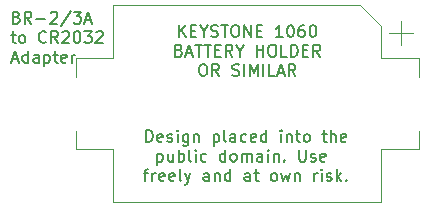
<source format=gto>
%TF.GenerationSoftware,KiCad,Pcbnew,(5.1.9)-1*%
%TF.CreationDate,2021-07-26T22:25:13+08:00*%
%TF.ProjectId,BR-2slash3A,42522d32-736c-4617-9368-33412e6b6963,rev?*%
%TF.SameCoordinates,Original*%
%TF.FileFunction,Legend,Top*%
%TF.FilePolarity,Positive*%
%FSLAX46Y46*%
G04 Gerber Fmt 4.6, Leading zero omitted, Abs format (unit mm)*
G04 Created by KiCad (PCBNEW (5.1.9)-1) date 2021-07-26 22:25:13*
%MOMM*%
%LPD*%
G01*
G04 APERTURE LIST*
%ADD10C,0.150000*%
%ADD11C,0.120000*%
G04 APERTURE END LIST*
D10*
X127945619Y-88337380D02*
X127945619Y-87337380D01*
X128183714Y-87337380D01*
X128326571Y-87385000D01*
X128421809Y-87480238D01*
X128469428Y-87575476D01*
X128517047Y-87765952D01*
X128517047Y-87908809D01*
X128469428Y-88099285D01*
X128421809Y-88194523D01*
X128326571Y-88289761D01*
X128183714Y-88337380D01*
X127945619Y-88337380D01*
X129326571Y-88289761D02*
X129231333Y-88337380D01*
X129040857Y-88337380D01*
X128945619Y-88289761D01*
X128898000Y-88194523D01*
X128898000Y-87813571D01*
X128945619Y-87718333D01*
X129040857Y-87670714D01*
X129231333Y-87670714D01*
X129326571Y-87718333D01*
X129374190Y-87813571D01*
X129374190Y-87908809D01*
X128898000Y-88004047D01*
X129755142Y-88289761D02*
X129850380Y-88337380D01*
X130040857Y-88337380D01*
X130136095Y-88289761D01*
X130183714Y-88194523D01*
X130183714Y-88146904D01*
X130136095Y-88051666D01*
X130040857Y-88004047D01*
X129898000Y-88004047D01*
X129802761Y-87956428D01*
X129755142Y-87861190D01*
X129755142Y-87813571D01*
X129802761Y-87718333D01*
X129898000Y-87670714D01*
X130040857Y-87670714D01*
X130136095Y-87718333D01*
X130612285Y-88337380D02*
X130612285Y-87670714D01*
X130612285Y-87337380D02*
X130564666Y-87385000D01*
X130612285Y-87432619D01*
X130659904Y-87385000D01*
X130612285Y-87337380D01*
X130612285Y-87432619D01*
X131517047Y-87670714D02*
X131517047Y-88480238D01*
X131469428Y-88575476D01*
X131421809Y-88623095D01*
X131326571Y-88670714D01*
X131183714Y-88670714D01*
X131088476Y-88623095D01*
X131517047Y-88289761D02*
X131421809Y-88337380D01*
X131231333Y-88337380D01*
X131136095Y-88289761D01*
X131088476Y-88242142D01*
X131040857Y-88146904D01*
X131040857Y-87861190D01*
X131088476Y-87765952D01*
X131136095Y-87718333D01*
X131231333Y-87670714D01*
X131421809Y-87670714D01*
X131517047Y-87718333D01*
X131993238Y-87670714D02*
X131993238Y-88337380D01*
X131993238Y-87765952D02*
X132040857Y-87718333D01*
X132136095Y-87670714D01*
X132278952Y-87670714D01*
X132374190Y-87718333D01*
X132421809Y-87813571D01*
X132421809Y-88337380D01*
X133659904Y-87670714D02*
X133659904Y-88670714D01*
X133659904Y-87718333D02*
X133755142Y-87670714D01*
X133945619Y-87670714D01*
X134040857Y-87718333D01*
X134088476Y-87765952D01*
X134136095Y-87861190D01*
X134136095Y-88146904D01*
X134088476Y-88242142D01*
X134040857Y-88289761D01*
X133945619Y-88337380D01*
X133755142Y-88337380D01*
X133659904Y-88289761D01*
X134707523Y-88337380D02*
X134612285Y-88289761D01*
X134564666Y-88194523D01*
X134564666Y-87337380D01*
X135517047Y-88337380D02*
X135517047Y-87813571D01*
X135469428Y-87718333D01*
X135374190Y-87670714D01*
X135183714Y-87670714D01*
X135088476Y-87718333D01*
X135517047Y-88289761D02*
X135421809Y-88337380D01*
X135183714Y-88337380D01*
X135088476Y-88289761D01*
X135040857Y-88194523D01*
X135040857Y-88099285D01*
X135088476Y-88004047D01*
X135183714Y-87956428D01*
X135421809Y-87956428D01*
X135517047Y-87908809D01*
X136421809Y-88289761D02*
X136326571Y-88337380D01*
X136136095Y-88337380D01*
X136040857Y-88289761D01*
X135993238Y-88242142D01*
X135945619Y-88146904D01*
X135945619Y-87861190D01*
X135993238Y-87765952D01*
X136040857Y-87718333D01*
X136136095Y-87670714D01*
X136326571Y-87670714D01*
X136421809Y-87718333D01*
X137231333Y-88289761D02*
X137136095Y-88337380D01*
X136945619Y-88337380D01*
X136850380Y-88289761D01*
X136802761Y-88194523D01*
X136802761Y-87813571D01*
X136850380Y-87718333D01*
X136945619Y-87670714D01*
X137136095Y-87670714D01*
X137231333Y-87718333D01*
X137278952Y-87813571D01*
X137278952Y-87908809D01*
X136802761Y-88004047D01*
X138136095Y-88337380D02*
X138136095Y-87337380D01*
X138136095Y-88289761D02*
X138040857Y-88337380D01*
X137850380Y-88337380D01*
X137755142Y-88289761D01*
X137707523Y-88242142D01*
X137659904Y-88146904D01*
X137659904Y-87861190D01*
X137707523Y-87765952D01*
X137755142Y-87718333D01*
X137850380Y-87670714D01*
X138040857Y-87670714D01*
X138136095Y-87718333D01*
X139374190Y-88337380D02*
X139374190Y-87670714D01*
X139374190Y-87337380D02*
X139326571Y-87385000D01*
X139374190Y-87432619D01*
X139421809Y-87385000D01*
X139374190Y-87337380D01*
X139374190Y-87432619D01*
X139850380Y-87670714D02*
X139850380Y-88337380D01*
X139850380Y-87765952D02*
X139898000Y-87718333D01*
X139993238Y-87670714D01*
X140136095Y-87670714D01*
X140231333Y-87718333D01*
X140278952Y-87813571D01*
X140278952Y-88337380D01*
X140612285Y-87670714D02*
X140993238Y-87670714D01*
X140755142Y-87337380D02*
X140755142Y-88194523D01*
X140802761Y-88289761D01*
X140898000Y-88337380D01*
X140993238Y-88337380D01*
X141469428Y-88337380D02*
X141374190Y-88289761D01*
X141326571Y-88242142D01*
X141278952Y-88146904D01*
X141278952Y-87861190D01*
X141326571Y-87765952D01*
X141374190Y-87718333D01*
X141469428Y-87670714D01*
X141612285Y-87670714D01*
X141707523Y-87718333D01*
X141755142Y-87765952D01*
X141802761Y-87861190D01*
X141802761Y-88146904D01*
X141755142Y-88242142D01*
X141707523Y-88289761D01*
X141612285Y-88337380D01*
X141469428Y-88337380D01*
X142850380Y-87670714D02*
X143231333Y-87670714D01*
X142993238Y-87337380D02*
X142993238Y-88194523D01*
X143040857Y-88289761D01*
X143136095Y-88337380D01*
X143231333Y-88337380D01*
X143564666Y-88337380D02*
X143564666Y-87337380D01*
X143993238Y-88337380D02*
X143993238Y-87813571D01*
X143945619Y-87718333D01*
X143850380Y-87670714D01*
X143707523Y-87670714D01*
X143612285Y-87718333D01*
X143564666Y-87765952D01*
X144850380Y-88289761D02*
X144755142Y-88337380D01*
X144564666Y-88337380D01*
X144469428Y-88289761D01*
X144421809Y-88194523D01*
X144421809Y-87813571D01*
X144469428Y-87718333D01*
X144564666Y-87670714D01*
X144755142Y-87670714D01*
X144850380Y-87718333D01*
X144898000Y-87813571D01*
X144898000Y-87908809D01*
X144421809Y-88004047D01*
X128898000Y-89320714D02*
X128898000Y-90320714D01*
X128898000Y-89368333D02*
X128993238Y-89320714D01*
X129183714Y-89320714D01*
X129278952Y-89368333D01*
X129326571Y-89415952D01*
X129374190Y-89511190D01*
X129374190Y-89796904D01*
X129326571Y-89892142D01*
X129278952Y-89939761D01*
X129183714Y-89987380D01*
X128993238Y-89987380D01*
X128898000Y-89939761D01*
X130231333Y-89320714D02*
X130231333Y-89987380D01*
X129802761Y-89320714D02*
X129802761Y-89844523D01*
X129850380Y-89939761D01*
X129945619Y-89987380D01*
X130088476Y-89987380D01*
X130183714Y-89939761D01*
X130231333Y-89892142D01*
X130707523Y-89987380D02*
X130707523Y-88987380D01*
X130707523Y-89368333D02*
X130802761Y-89320714D01*
X130993238Y-89320714D01*
X131088476Y-89368333D01*
X131136095Y-89415952D01*
X131183714Y-89511190D01*
X131183714Y-89796904D01*
X131136095Y-89892142D01*
X131088476Y-89939761D01*
X130993238Y-89987380D01*
X130802761Y-89987380D01*
X130707523Y-89939761D01*
X131755142Y-89987380D02*
X131659904Y-89939761D01*
X131612285Y-89844523D01*
X131612285Y-88987380D01*
X132136095Y-89987380D02*
X132136095Y-89320714D01*
X132136095Y-88987380D02*
X132088476Y-89035000D01*
X132136095Y-89082619D01*
X132183714Y-89035000D01*
X132136095Y-88987380D01*
X132136095Y-89082619D01*
X133040857Y-89939761D02*
X132945619Y-89987380D01*
X132755142Y-89987380D01*
X132659904Y-89939761D01*
X132612285Y-89892142D01*
X132564666Y-89796904D01*
X132564666Y-89511190D01*
X132612285Y-89415952D01*
X132659904Y-89368333D01*
X132755142Y-89320714D01*
X132945619Y-89320714D01*
X133040857Y-89368333D01*
X134659904Y-89987380D02*
X134659904Y-88987380D01*
X134659904Y-89939761D02*
X134564666Y-89987380D01*
X134374190Y-89987380D01*
X134278952Y-89939761D01*
X134231333Y-89892142D01*
X134183714Y-89796904D01*
X134183714Y-89511190D01*
X134231333Y-89415952D01*
X134278952Y-89368333D01*
X134374190Y-89320714D01*
X134564666Y-89320714D01*
X134659904Y-89368333D01*
X135278952Y-89987380D02*
X135183714Y-89939761D01*
X135136095Y-89892142D01*
X135088476Y-89796904D01*
X135088476Y-89511190D01*
X135136095Y-89415952D01*
X135183714Y-89368333D01*
X135278952Y-89320714D01*
X135421809Y-89320714D01*
X135517047Y-89368333D01*
X135564666Y-89415952D01*
X135612285Y-89511190D01*
X135612285Y-89796904D01*
X135564666Y-89892142D01*
X135517047Y-89939761D01*
X135421809Y-89987380D01*
X135278952Y-89987380D01*
X136040857Y-89987380D02*
X136040857Y-89320714D01*
X136040857Y-89415952D02*
X136088476Y-89368333D01*
X136183714Y-89320714D01*
X136326571Y-89320714D01*
X136421809Y-89368333D01*
X136469428Y-89463571D01*
X136469428Y-89987380D01*
X136469428Y-89463571D02*
X136517047Y-89368333D01*
X136612285Y-89320714D01*
X136755142Y-89320714D01*
X136850380Y-89368333D01*
X136898000Y-89463571D01*
X136898000Y-89987380D01*
X137802761Y-89987380D02*
X137802761Y-89463571D01*
X137755142Y-89368333D01*
X137659904Y-89320714D01*
X137469428Y-89320714D01*
X137374190Y-89368333D01*
X137802761Y-89939761D02*
X137707523Y-89987380D01*
X137469428Y-89987380D01*
X137374190Y-89939761D01*
X137326571Y-89844523D01*
X137326571Y-89749285D01*
X137374190Y-89654047D01*
X137469428Y-89606428D01*
X137707523Y-89606428D01*
X137802761Y-89558809D01*
X138278952Y-89987380D02*
X138278952Y-89320714D01*
X138278952Y-88987380D02*
X138231333Y-89035000D01*
X138278952Y-89082619D01*
X138326571Y-89035000D01*
X138278952Y-88987380D01*
X138278952Y-89082619D01*
X138755142Y-89320714D02*
X138755142Y-89987380D01*
X138755142Y-89415952D02*
X138802761Y-89368333D01*
X138898000Y-89320714D01*
X139040857Y-89320714D01*
X139136095Y-89368333D01*
X139183714Y-89463571D01*
X139183714Y-89987380D01*
X139659904Y-89892142D02*
X139707523Y-89939761D01*
X139659904Y-89987380D01*
X139612285Y-89939761D01*
X139659904Y-89892142D01*
X139659904Y-89987380D01*
X140898000Y-88987380D02*
X140898000Y-89796904D01*
X140945619Y-89892142D01*
X140993238Y-89939761D01*
X141088476Y-89987380D01*
X141278952Y-89987380D01*
X141374190Y-89939761D01*
X141421809Y-89892142D01*
X141469428Y-89796904D01*
X141469428Y-88987380D01*
X141898000Y-89939761D02*
X141993238Y-89987380D01*
X142183714Y-89987380D01*
X142278952Y-89939761D01*
X142326571Y-89844523D01*
X142326571Y-89796904D01*
X142278952Y-89701666D01*
X142183714Y-89654047D01*
X142040857Y-89654047D01*
X141945619Y-89606428D01*
X141898000Y-89511190D01*
X141898000Y-89463571D01*
X141945619Y-89368333D01*
X142040857Y-89320714D01*
X142183714Y-89320714D01*
X142278952Y-89368333D01*
X143136095Y-89939761D02*
X143040857Y-89987380D01*
X142850380Y-89987380D01*
X142755142Y-89939761D01*
X142707523Y-89844523D01*
X142707523Y-89463571D01*
X142755142Y-89368333D01*
X142850380Y-89320714D01*
X143040857Y-89320714D01*
X143136095Y-89368333D01*
X143183714Y-89463571D01*
X143183714Y-89558809D01*
X142707523Y-89654047D01*
X127755142Y-90970714D02*
X128136095Y-90970714D01*
X127898000Y-91637380D02*
X127898000Y-90780238D01*
X127945619Y-90685000D01*
X128040857Y-90637380D01*
X128136095Y-90637380D01*
X128469428Y-91637380D02*
X128469428Y-90970714D01*
X128469428Y-91161190D02*
X128517047Y-91065952D01*
X128564666Y-91018333D01*
X128659904Y-90970714D01*
X128755142Y-90970714D01*
X129469428Y-91589761D02*
X129374190Y-91637380D01*
X129183714Y-91637380D01*
X129088476Y-91589761D01*
X129040857Y-91494523D01*
X129040857Y-91113571D01*
X129088476Y-91018333D01*
X129183714Y-90970714D01*
X129374190Y-90970714D01*
X129469428Y-91018333D01*
X129517047Y-91113571D01*
X129517047Y-91208809D01*
X129040857Y-91304047D01*
X130326571Y-91589761D02*
X130231333Y-91637380D01*
X130040857Y-91637380D01*
X129945619Y-91589761D01*
X129898000Y-91494523D01*
X129898000Y-91113571D01*
X129945619Y-91018333D01*
X130040857Y-90970714D01*
X130231333Y-90970714D01*
X130326571Y-91018333D01*
X130374190Y-91113571D01*
X130374190Y-91208809D01*
X129898000Y-91304047D01*
X130945619Y-91637380D02*
X130850380Y-91589761D01*
X130802761Y-91494523D01*
X130802761Y-90637380D01*
X131231333Y-90970714D02*
X131469428Y-91637380D01*
X131707523Y-90970714D02*
X131469428Y-91637380D01*
X131374190Y-91875476D01*
X131326571Y-91923095D01*
X131231333Y-91970714D01*
X133278952Y-91637380D02*
X133278952Y-91113571D01*
X133231333Y-91018333D01*
X133136095Y-90970714D01*
X132945619Y-90970714D01*
X132850380Y-91018333D01*
X133278952Y-91589761D02*
X133183714Y-91637380D01*
X132945619Y-91637380D01*
X132850380Y-91589761D01*
X132802761Y-91494523D01*
X132802761Y-91399285D01*
X132850380Y-91304047D01*
X132945619Y-91256428D01*
X133183714Y-91256428D01*
X133278952Y-91208809D01*
X133755142Y-90970714D02*
X133755142Y-91637380D01*
X133755142Y-91065952D02*
X133802761Y-91018333D01*
X133898000Y-90970714D01*
X134040857Y-90970714D01*
X134136095Y-91018333D01*
X134183714Y-91113571D01*
X134183714Y-91637380D01*
X135088476Y-91637380D02*
X135088476Y-90637380D01*
X135088476Y-91589761D02*
X134993238Y-91637380D01*
X134802761Y-91637380D01*
X134707523Y-91589761D01*
X134659904Y-91542142D01*
X134612285Y-91446904D01*
X134612285Y-91161190D01*
X134659904Y-91065952D01*
X134707523Y-91018333D01*
X134802761Y-90970714D01*
X134993238Y-90970714D01*
X135088476Y-91018333D01*
X136755142Y-91637380D02*
X136755142Y-91113571D01*
X136707523Y-91018333D01*
X136612285Y-90970714D01*
X136421809Y-90970714D01*
X136326571Y-91018333D01*
X136755142Y-91589761D02*
X136659904Y-91637380D01*
X136421809Y-91637380D01*
X136326571Y-91589761D01*
X136278952Y-91494523D01*
X136278952Y-91399285D01*
X136326571Y-91304047D01*
X136421809Y-91256428D01*
X136659904Y-91256428D01*
X136755142Y-91208809D01*
X137088476Y-90970714D02*
X137469428Y-90970714D01*
X137231333Y-90637380D02*
X137231333Y-91494523D01*
X137278952Y-91589761D01*
X137374190Y-91637380D01*
X137469428Y-91637380D01*
X138707523Y-91637380D02*
X138612285Y-91589761D01*
X138564666Y-91542142D01*
X138517047Y-91446904D01*
X138517047Y-91161190D01*
X138564666Y-91065952D01*
X138612285Y-91018333D01*
X138707523Y-90970714D01*
X138850380Y-90970714D01*
X138945619Y-91018333D01*
X138993238Y-91065952D01*
X139040857Y-91161190D01*
X139040857Y-91446904D01*
X138993238Y-91542142D01*
X138945619Y-91589761D01*
X138850380Y-91637380D01*
X138707523Y-91637380D01*
X139374190Y-90970714D02*
X139564666Y-91637380D01*
X139755142Y-91161190D01*
X139945619Y-91637380D01*
X140136095Y-90970714D01*
X140517047Y-90970714D02*
X140517047Y-91637380D01*
X140517047Y-91065952D02*
X140564666Y-91018333D01*
X140659904Y-90970714D01*
X140802761Y-90970714D01*
X140898000Y-91018333D01*
X140945619Y-91113571D01*
X140945619Y-91637380D01*
X142183714Y-91637380D02*
X142183714Y-90970714D01*
X142183714Y-91161190D02*
X142231333Y-91065952D01*
X142278952Y-91018333D01*
X142374190Y-90970714D01*
X142469428Y-90970714D01*
X142802761Y-91637380D02*
X142802761Y-90970714D01*
X142802761Y-90637380D02*
X142755142Y-90685000D01*
X142802761Y-90732619D01*
X142850380Y-90685000D01*
X142802761Y-90637380D01*
X142802761Y-90732619D01*
X143231333Y-91589761D02*
X143326571Y-91637380D01*
X143517047Y-91637380D01*
X143612285Y-91589761D01*
X143659904Y-91494523D01*
X143659904Y-91446904D01*
X143612285Y-91351666D01*
X143517047Y-91304047D01*
X143374190Y-91304047D01*
X143278952Y-91256428D01*
X143231333Y-91161190D01*
X143231333Y-91113571D01*
X143278952Y-91018333D01*
X143374190Y-90970714D01*
X143517047Y-90970714D01*
X143612285Y-91018333D01*
X144088476Y-91637380D02*
X144088476Y-90637380D01*
X144183714Y-91256428D02*
X144469428Y-91637380D01*
X144469428Y-90970714D02*
X144088476Y-91351666D01*
X144898000Y-91542142D02*
X144945619Y-91589761D01*
X144898000Y-91637380D01*
X144850380Y-91589761D01*
X144898000Y-91542142D01*
X144898000Y-91637380D01*
X117000928Y-77780571D02*
X117143785Y-77828190D01*
X117191404Y-77875809D01*
X117239023Y-77971047D01*
X117239023Y-78113904D01*
X117191404Y-78209142D01*
X117143785Y-78256761D01*
X117048547Y-78304380D01*
X116667595Y-78304380D01*
X116667595Y-77304380D01*
X117000928Y-77304380D01*
X117096166Y-77352000D01*
X117143785Y-77399619D01*
X117191404Y-77494857D01*
X117191404Y-77590095D01*
X117143785Y-77685333D01*
X117096166Y-77732952D01*
X117000928Y-77780571D01*
X116667595Y-77780571D01*
X118239023Y-78304380D02*
X117905690Y-77828190D01*
X117667595Y-78304380D02*
X117667595Y-77304380D01*
X118048547Y-77304380D01*
X118143785Y-77352000D01*
X118191404Y-77399619D01*
X118239023Y-77494857D01*
X118239023Y-77637714D01*
X118191404Y-77732952D01*
X118143785Y-77780571D01*
X118048547Y-77828190D01*
X117667595Y-77828190D01*
X118667595Y-77923428D02*
X119429500Y-77923428D01*
X119858071Y-77399619D02*
X119905690Y-77352000D01*
X120000928Y-77304380D01*
X120239023Y-77304380D01*
X120334261Y-77352000D01*
X120381880Y-77399619D01*
X120429500Y-77494857D01*
X120429500Y-77590095D01*
X120381880Y-77732952D01*
X119810452Y-78304380D01*
X120429500Y-78304380D01*
X121572357Y-77256761D02*
X120715214Y-78542476D01*
X121810452Y-77304380D02*
X122429500Y-77304380D01*
X122096166Y-77685333D01*
X122239023Y-77685333D01*
X122334261Y-77732952D01*
X122381880Y-77780571D01*
X122429500Y-77875809D01*
X122429500Y-78113904D01*
X122381880Y-78209142D01*
X122334261Y-78256761D01*
X122239023Y-78304380D01*
X121953309Y-78304380D01*
X121858071Y-78256761D01*
X121810452Y-78209142D01*
X122810452Y-78018666D02*
X123286642Y-78018666D01*
X122715214Y-78304380D02*
X123048547Y-77304380D01*
X123381880Y-78304380D01*
X116524738Y-79287714D02*
X116905690Y-79287714D01*
X116667595Y-78954380D02*
X116667595Y-79811523D01*
X116715214Y-79906761D01*
X116810452Y-79954380D01*
X116905690Y-79954380D01*
X117381880Y-79954380D02*
X117286642Y-79906761D01*
X117239023Y-79859142D01*
X117191404Y-79763904D01*
X117191404Y-79478190D01*
X117239023Y-79382952D01*
X117286642Y-79335333D01*
X117381880Y-79287714D01*
X117524738Y-79287714D01*
X117619976Y-79335333D01*
X117667595Y-79382952D01*
X117715214Y-79478190D01*
X117715214Y-79763904D01*
X117667595Y-79859142D01*
X117619976Y-79906761D01*
X117524738Y-79954380D01*
X117381880Y-79954380D01*
X119477119Y-79859142D02*
X119429500Y-79906761D01*
X119286642Y-79954380D01*
X119191404Y-79954380D01*
X119048547Y-79906761D01*
X118953309Y-79811523D01*
X118905690Y-79716285D01*
X118858071Y-79525809D01*
X118858071Y-79382952D01*
X118905690Y-79192476D01*
X118953309Y-79097238D01*
X119048547Y-79002000D01*
X119191404Y-78954380D01*
X119286642Y-78954380D01*
X119429500Y-79002000D01*
X119477119Y-79049619D01*
X120477119Y-79954380D02*
X120143785Y-79478190D01*
X119905690Y-79954380D02*
X119905690Y-78954380D01*
X120286642Y-78954380D01*
X120381880Y-79002000D01*
X120429500Y-79049619D01*
X120477119Y-79144857D01*
X120477119Y-79287714D01*
X120429500Y-79382952D01*
X120381880Y-79430571D01*
X120286642Y-79478190D01*
X119905690Y-79478190D01*
X120858071Y-79049619D02*
X120905690Y-79002000D01*
X121000928Y-78954380D01*
X121239023Y-78954380D01*
X121334261Y-79002000D01*
X121381880Y-79049619D01*
X121429500Y-79144857D01*
X121429500Y-79240095D01*
X121381880Y-79382952D01*
X120810452Y-79954380D01*
X121429500Y-79954380D01*
X122048547Y-78954380D02*
X122143785Y-78954380D01*
X122239023Y-79002000D01*
X122286642Y-79049619D01*
X122334261Y-79144857D01*
X122381880Y-79335333D01*
X122381880Y-79573428D01*
X122334261Y-79763904D01*
X122286642Y-79859142D01*
X122239023Y-79906761D01*
X122143785Y-79954380D01*
X122048547Y-79954380D01*
X121953309Y-79906761D01*
X121905690Y-79859142D01*
X121858071Y-79763904D01*
X121810452Y-79573428D01*
X121810452Y-79335333D01*
X121858071Y-79144857D01*
X121905690Y-79049619D01*
X121953309Y-79002000D01*
X122048547Y-78954380D01*
X122715214Y-78954380D02*
X123334261Y-78954380D01*
X123000928Y-79335333D01*
X123143785Y-79335333D01*
X123239023Y-79382952D01*
X123286642Y-79430571D01*
X123334261Y-79525809D01*
X123334261Y-79763904D01*
X123286642Y-79859142D01*
X123239023Y-79906761D01*
X123143785Y-79954380D01*
X122858071Y-79954380D01*
X122762833Y-79906761D01*
X122715214Y-79859142D01*
X123715214Y-79049619D02*
X123762833Y-79002000D01*
X123858071Y-78954380D01*
X124096166Y-78954380D01*
X124191404Y-79002000D01*
X124239023Y-79049619D01*
X124286642Y-79144857D01*
X124286642Y-79240095D01*
X124239023Y-79382952D01*
X123667595Y-79954380D01*
X124286642Y-79954380D01*
X116619976Y-81318666D02*
X117096166Y-81318666D01*
X116524738Y-81604380D02*
X116858071Y-80604380D01*
X117191404Y-81604380D01*
X117953309Y-81604380D02*
X117953309Y-80604380D01*
X117953309Y-81556761D02*
X117858071Y-81604380D01*
X117667595Y-81604380D01*
X117572357Y-81556761D01*
X117524738Y-81509142D01*
X117477119Y-81413904D01*
X117477119Y-81128190D01*
X117524738Y-81032952D01*
X117572357Y-80985333D01*
X117667595Y-80937714D01*
X117858071Y-80937714D01*
X117953309Y-80985333D01*
X118858071Y-81604380D02*
X118858071Y-81080571D01*
X118810452Y-80985333D01*
X118715214Y-80937714D01*
X118524738Y-80937714D01*
X118429500Y-80985333D01*
X118858071Y-81556761D02*
X118762833Y-81604380D01*
X118524738Y-81604380D01*
X118429500Y-81556761D01*
X118381880Y-81461523D01*
X118381880Y-81366285D01*
X118429500Y-81271047D01*
X118524738Y-81223428D01*
X118762833Y-81223428D01*
X118858071Y-81175809D01*
X119334261Y-80937714D02*
X119334261Y-81937714D01*
X119334261Y-80985333D02*
X119429500Y-80937714D01*
X119619976Y-80937714D01*
X119715214Y-80985333D01*
X119762833Y-81032952D01*
X119810452Y-81128190D01*
X119810452Y-81413904D01*
X119762833Y-81509142D01*
X119715214Y-81556761D01*
X119619976Y-81604380D01*
X119429500Y-81604380D01*
X119334261Y-81556761D01*
X120096166Y-80937714D02*
X120477119Y-80937714D01*
X120239023Y-80604380D02*
X120239023Y-81461523D01*
X120286642Y-81556761D01*
X120381880Y-81604380D01*
X120477119Y-81604380D01*
X121191404Y-81556761D02*
X121096166Y-81604380D01*
X120905690Y-81604380D01*
X120810452Y-81556761D01*
X120762833Y-81461523D01*
X120762833Y-81080571D01*
X120810452Y-80985333D01*
X120905690Y-80937714D01*
X121096166Y-80937714D01*
X121191404Y-80985333D01*
X121239023Y-81080571D01*
X121239023Y-81175809D01*
X120762833Y-81271047D01*
X121667595Y-81604380D02*
X121667595Y-80937714D01*
X121667595Y-81128190D02*
X121715214Y-81032952D01*
X121762833Y-80985333D01*
X121858071Y-80937714D01*
X121953309Y-80937714D01*
X130739285Y-79447380D02*
X130739285Y-78447380D01*
X131310714Y-79447380D02*
X130882142Y-78875952D01*
X131310714Y-78447380D02*
X130739285Y-79018809D01*
X131739285Y-78923571D02*
X132072619Y-78923571D01*
X132215476Y-79447380D02*
X131739285Y-79447380D01*
X131739285Y-78447380D01*
X132215476Y-78447380D01*
X132834523Y-78971190D02*
X132834523Y-79447380D01*
X132501190Y-78447380D02*
X132834523Y-78971190D01*
X133167857Y-78447380D01*
X133453571Y-79399761D02*
X133596428Y-79447380D01*
X133834523Y-79447380D01*
X133929761Y-79399761D01*
X133977380Y-79352142D01*
X134025000Y-79256904D01*
X134025000Y-79161666D01*
X133977380Y-79066428D01*
X133929761Y-79018809D01*
X133834523Y-78971190D01*
X133644047Y-78923571D01*
X133548809Y-78875952D01*
X133501190Y-78828333D01*
X133453571Y-78733095D01*
X133453571Y-78637857D01*
X133501190Y-78542619D01*
X133548809Y-78495000D01*
X133644047Y-78447380D01*
X133882142Y-78447380D01*
X134025000Y-78495000D01*
X134310714Y-78447380D02*
X134882142Y-78447380D01*
X134596428Y-79447380D02*
X134596428Y-78447380D01*
X135405952Y-78447380D02*
X135596428Y-78447380D01*
X135691666Y-78495000D01*
X135786904Y-78590238D01*
X135834523Y-78780714D01*
X135834523Y-79114047D01*
X135786904Y-79304523D01*
X135691666Y-79399761D01*
X135596428Y-79447380D01*
X135405952Y-79447380D01*
X135310714Y-79399761D01*
X135215476Y-79304523D01*
X135167857Y-79114047D01*
X135167857Y-78780714D01*
X135215476Y-78590238D01*
X135310714Y-78495000D01*
X135405952Y-78447380D01*
X136263095Y-79447380D02*
X136263095Y-78447380D01*
X136834523Y-79447380D01*
X136834523Y-78447380D01*
X137310714Y-78923571D02*
X137644047Y-78923571D01*
X137786904Y-79447380D02*
X137310714Y-79447380D01*
X137310714Y-78447380D01*
X137786904Y-78447380D01*
X139501190Y-79447380D02*
X138929761Y-79447380D01*
X139215476Y-79447380D02*
X139215476Y-78447380D01*
X139120238Y-78590238D01*
X139025000Y-78685476D01*
X138929761Y-78733095D01*
X140120238Y-78447380D02*
X140215476Y-78447380D01*
X140310714Y-78495000D01*
X140358333Y-78542619D01*
X140405952Y-78637857D01*
X140453571Y-78828333D01*
X140453571Y-79066428D01*
X140405952Y-79256904D01*
X140358333Y-79352142D01*
X140310714Y-79399761D01*
X140215476Y-79447380D01*
X140120238Y-79447380D01*
X140025000Y-79399761D01*
X139977380Y-79352142D01*
X139929761Y-79256904D01*
X139882142Y-79066428D01*
X139882142Y-78828333D01*
X139929761Y-78637857D01*
X139977380Y-78542619D01*
X140025000Y-78495000D01*
X140120238Y-78447380D01*
X141310714Y-78447380D02*
X141120238Y-78447380D01*
X141025000Y-78495000D01*
X140977380Y-78542619D01*
X140882142Y-78685476D01*
X140834523Y-78875952D01*
X140834523Y-79256904D01*
X140882142Y-79352142D01*
X140929761Y-79399761D01*
X141025000Y-79447380D01*
X141215476Y-79447380D01*
X141310714Y-79399761D01*
X141358333Y-79352142D01*
X141405952Y-79256904D01*
X141405952Y-79018809D01*
X141358333Y-78923571D01*
X141310714Y-78875952D01*
X141215476Y-78828333D01*
X141025000Y-78828333D01*
X140929761Y-78875952D01*
X140882142Y-78923571D01*
X140834523Y-79018809D01*
X142025000Y-78447380D02*
X142120238Y-78447380D01*
X142215476Y-78495000D01*
X142263095Y-78542619D01*
X142310714Y-78637857D01*
X142358333Y-78828333D01*
X142358333Y-79066428D01*
X142310714Y-79256904D01*
X142263095Y-79352142D01*
X142215476Y-79399761D01*
X142120238Y-79447380D01*
X142025000Y-79447380D01*
X141929761Y-79399761D01*
X141882142Y-79352142D01*
X141834523Y-79256904D01*
X141786904Y-79066428D01*
X141786904Y-78828333D01*
X141834523Y-78637857D01*
X141882142Y-78542619D01*
X141929761Y-78495000D01*
X142025000Y-78447380D01*
X130739285Y-80573571D02*
X130882142Y-80621190D01*
X130929761Y-80668809D01*
X130977380Y-80764047D01*
X130977380Y-80906904D01*
X130929761Y-81002142D01*
X130882142Y-81049761D01*
X130786904Y-81097380D01*
X130405952Y-81097380D01*
X130405952Y-80097380D01*
X130739285Y-80097380D01*
X130834523Y-80145000D01*
X130882142Y-80192619D01*
X130929761Y-80287857D01*
X130929761Y-80383095D01*
X130882142Y-80478333D01*
X130834523Y-80525952D01*
X130739285Y-80573571D01*
X130405952Y-80573571D01*
X131358333Y-80811666D02*
X131834523Y-80811666D01*
X131263095Y-81097380D02*
X131596428Y-80097380D01*
X131929761Y-81097380D01*
X132120238Y-80097380D02*
X132691666Y-80097380D01*
X132405952Y-81097380D02*
X132405952Y-80097380D01*
X132882142Y-80097380D02*
X133453571Y-80097380D01*
X133167857Y-81097380D02*
X133167857Y-80097380D01*
X133786904Y-80573571D02*
X134120238Y-80573571D01*
X134263095Y-81097380D02*
X133786904Y-81097380D01*
X133786904Y-80097380D01*
X134263095Y-80097380D01*
X135263095Y-81097380D02*
X134929761Y-80621190D01*
X134691666Y-81097380D02*
X134691666Y-80097380D01*
X135072619Y-80097380D01*
X135167857Y-80145000D01*
X135215476Y-80192619D01*
X135263095Y-80287857D01*
X135263095Y-80430714D01*
X135215476Y-80525952D01*
X135167857Y-80573571D01*
X135072619Y-80621190D01*
X134691666Y-80621190D01*
X135882142Y-80621190D02*
X135882142Y-81097380D01*
X135548809Y-80097380D02*
X135882142Y-80621190D01*
X136215476Y-80097380D01*
X137310714Y-81097380D02*
X137310714Y-80097380D01*
X137310714Y-80573571D02*
X137882142Y-80573571D01*
X137882142Y-81097380D02*
X137882142Y-80097380D01*
X138548809Y-80097380D02*
X138739285Y-80097380D01*
X138834523Y-80145000D01*
X138929761Y-80240238D01*
X138977380Y-80430714D01*
X138977380Y-80764047D01*
X138929761Y-80954523D01*
X138834523Y-81049761D01*
X138739285Y-81097380D01*
X138548809Y-81097380D01*
X138453571Y-81049761D01*
X138358333Y-80954523D01*
X138310714Y-80764047D01*
X138310714Y-80430714D01*
X138358333Y-80240238D01*
X138453571Y-80145000D01*
X138548809Y-80097380D01*
X139882142Y-81097380D02*
X139405952Y-81097380D01*
X139405952Y-80097380D01*
X140215476Y-81097380D02*
X140215476Y-80097380D01*
X140453571Y-80097380D01*
X140596428Y-80145000D01*
X140691666Y-80240238D01*
X140739285Y-80335476D01*
X140786904Y-80525952D01*
X140786904Y-80668809D01*
X140739285Y-80859285D01*
X140691666Y-80954523D01*
X140596428Y-81049761D01*
X140453571Y-81097380D01*
X140215476Y-81097380D01*
X141215476Y-80573571D02*
X141548809Y-80573571D01*
X141691666Y-81097380D02*
X141215476Y-81097380D01*
X141215476Y-80097380D01*
X141691666Y-80097380D01*
X142691666Y-81097380D02*
X142358333Y-80621190D01*
X142120238Y-81097380D02*
X142120238Y-80097380D01*
X142501190Y-80097380D01*
X142596428Y-80145000D01*
X142644047Y-80192619D01*
X142691666Y-80287857D01*
X142691666Y-80430714D01*
X142644047Y-80525952D01*
X142596428Y-80573571D01*
X142501190Y-80621190D01*
X142120238Y-80621190D01*
X132691666Y-81747380D02*
X132882142Y-81747380D01*
X132977380Y-81795000D01*
X133072619Y-81890238D01*
X133120238Y-82080714D01*
X133120238Y-82414047D01*
X133072619Y-82604523D01*
X132977380Y-82699761D01*
X132882142Y-82747380D01*
X132691666Y-82747380D01*
X132596428Y-82699761D01*
X132501190Y-82604523D01*
X132453571Y-82414047D01*
X132453571Y-82080714D01*
X132501190Y-81890238D01*
X132596428Y-81795000D01*
X132691666Y-81747380D01*
X134120238Y-82747380D02*
X133786904Y-82271190D01*
X133548809Y-82747380D02*
X133548809Y-81747380D01*
X133929761Y-81747380D01*
X134025000Y-81795000D01*
X134072619Y-81842619D01*
X134120238Y-81937857D01*
X134120238Y-82080714D01*
X134072619Y-82175952D01*
X134025000Y-82223571D01*
X133929761Y-82271190D01*
X133548809Y-82271190D01*
X135263095Y-82699761D02*
X135405952Y-82747380D01*
X135644047Y-82747380D01*
X135739285Y-82699761D01*
X135786904Y-82652142D01*
X135834523Y-82556904D01*
X135834523Y-82461666D01*
X135786904Y-82366428D01*
X135739285Y-82318809D01*
X135644047Y-82271190D01*
X135453571Y-82223571D01*
X135358333Y-82175952D01*
X135310714Y-82128333D01*
X135263095Y-82033095D01*
X135263095Y-81937857D01*
X135310714Y-81842619D01*
X135358333Y-81795000D01*
X135453571Y-81747380D01*
X135691666Y-81747380D01*
X135834523Y-81795000D01*
X136263095Y-82747380D02*
X136263095Y-81747380D01*
X136739285Y-82747380D02*
X136739285Y-81747380D01*
X137072619Y-82461666D01*
X137405952Y-81747380D01*
X137405952Y-82747380D01*
X137882142Y-82747380D02*
X137882142Y-81747380D01*
X138834523Y-82747380D02*
X138358333Y-82747380D01*
X138358333Y-81747380D01*
X139120238Y-82461666D02*
X139596428Y-82461666D01*
X139025000Y-82747380D02*
X139358333Y-81747380D01*
X139691666Y-82747380D01*
X140596428Y-82747380D02*
X140263095Y-82271190D01*
X140025000Y-82747380D02*
X140025000Y-81747380D01*
X140405952Y-81747380D01*
X140501190Y-81795000D01*
X140548809Y-81842619D01*
X140596428Y-81937857D01*
X140596428Y-82080714D01*
X140548809Y-82175952D01*
X140501190Y-82223571D01*
X140405952Y-82271190D01*
X140025000Y-82271190D01*
D11*
%TO.C,BT1*%
X125175000Y-81240000D02*
X121975000Y-81240000D01*
X121975000Y-81240000D02*
X121975000Y-82790000D01*
X125175000Y-76740000D02*
X125175000Y-81240000D01*
X125175000Y-76740000D02*
X146075000Y-76740000D01*
X147875000Y-78540000D02*
X147875000Y-81240000D01*
X146075000Y-76740000D02*
X147875000Y-78540000D01*
X147875000Y-81240000D02*
X151075000Y-81240000D01*
X151075000Y-81240000D02*
X151075000Y-82790000D01*
X147875000Y-88940000D02*
X151075000Y-88940000D01*
X151075000Y-88940000D02*
X151075000Y-87390000D01*
X125175000Y-88940000D02*
X121975000Y-88940000D01*
X121975000Y-88940000D02*
X121975000Y-87390000D01*
X147875000Y-93440000D02*
X125175000Y-93440000D01*
X147875000Y-93440000D02*
X147875000Y-88940000D01*
X125175000Y-93440000D02*
X125175000Y-88940000D01*
X149525000Y-80090000D02*
X149525000Y-78090000D01*
X148525000Y-79090000D02*
X150525000Y-79090000D01*
%TD*%
M02*

</source>
